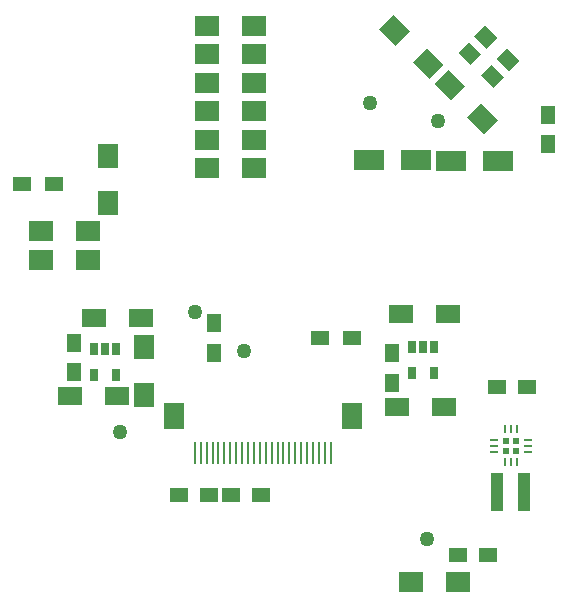
<source format=gtp>
G04 #@! TF.FileFunction,Paste,Top*
%FSLAX46Y46*%
G04 Gerber Fmt 4.6, Leading zero omitted, Abs format (unit mm)*
G04 Created by KiCad (PCBNEW 4.0.6) date 01/04/18 03:56:18*
%MOMM*%
%LPD*%
G01*
G04 APERTURE LIST*
%ADD10C,0.100000*%
%ADD11R,0.250000X1.900000*%
%ADD12R,1.800000X2.200000*%
%ADD13R,1.500000X1.250000*%
%ADD14R,1.250000X1.500000*%
%ADD15R,1.500000X1.300000*%
%ADD16R,1.700000X2.000000*%
%ADD17R,2.000000X1.700000*%
%ADD18R,0.250000X0.700000*%
%ADD19R,0.700000X0.250000*%
%ADD20R,0.495000X0.495000*%
%ADD21R,0.650000X1.060000*%
%ADD22R,2.500000X1.800000*%
%ADD23R,1.099820X3.299460*%
%ADD24R,2.000000X1.600000*%
%ADD25C,1.270000*%
G04 APERTURE END LIST*
D10*
D11*
X183988000Y-126088000D03*
X184488000Y-126088000D03*
X184988000Y-126088000D03*
X185488000Y-126088000D03*
X185988000Y-126088000D03*
X186488000Y-126088000D03*
X186988000Y-126088000D03*
X187488000Y-126088000D03*
X187988000Y-126088000D03*
X188488000Y-126088000D03*
X188988000Y-126088000D03*
X189488000Y-126088000D03*
X189988000Y-126088000D03*
X190488000Y-126088000D03*
X190988000Y-126088000D03*
X191488000Y-126088000D03*
X191988000Y-126088000D03*
X192488000Y-126088000D03*
X192988000Y-126088000D03*
X193488000Y-126088000D03*
X193988000Y-126088000D03*
X194488000Y-126088000D03*
X194988000Y-126088000D03*
X195488000Y-126088000D03*
D12*
X197281800Y-122910600D03*
X182219600Y-122910600D03*
D13*
X185146000Y-129667000D03*
X182646000Y-129667000D03*
X187091000Y-129667000D03*
X189591000Y-129667000D03*
D14*
X185642000Y-117582000D03*
X185642000Y-115082000D03*
X213868000Y-97429000D03*
X213868000Y-99929000D03*
X200660000Y-120122000D03*
X200660000Y-117622000D03*
X173736000Y-119233000D03*
X173736000Y-116733000D03*
D13*
X206268000Y-134670800D03*
X208768000Y-134670800D03*
D10*
G36*
X206271957Y-92192695D02*
X207191195Y-91273457D01*
X208251855Y-92334117D01*
X207332617Y-93253355D01*
X206271957Y-92192695D01*
X206271957Y-92192695D01*
G37*
G36*
X208181145Y-94101883D02*
X209100383Y-93182645D01*
X210161043Y-94243305D01*
X209241805Y-95162543D01*
X208181145Y-94101883D01*
X208181145Y-94101883D01*
G37*
G36*
X207605457Y-90795695D02*
X208524695Y-89876457D01*
X209585355Y-90937117D01*
X208666117Y-91856355D01*
X207605457Y-90795695D01*
X207605457Y-90795695D01*
G37*
G36*
X209514645Y-92704883D02*
X210433883Y-91785645D01*
X211494543Y-92846305D01*
X210575305Y-93765543D01*
X209514645Y-92704883D01*
X209514645Y-92704883D01*
G37*
G36*
X205033362Y-93214280D02*
X203831280Y-94416362D01*
X202417066Y-93002148D01*
X203619148Y-91800066D01*
X205033362Y-93214280D01*
X205033362Y-93214280D01*
G37*
G36*
X202204934Y-90385852D02*
X201002852Y-91587934D01*
X199588638Y-90173720D01*
X200790720Y-88971638D01*
X202204934Y-90385852D01*
X202204934Y-90385852D01*
G37*
G36*
X204224138Y-94809220D02*
X205426220Y-93607138D01*
X206840434Y-95021352D01*
X205638352Y-96223434D01*
X204224138Y-94809220D01*
X204224138Y-94809220D01*
G37*
G36*
X207052566Y-97637648D02*
X208254648Y-96435566D01*
X209668862Y-97849780D01*
X208466780Y-99051862D01*
X207052566Y-97637648D01*
X207052566Y-97637648D01*
G37*
D15*
X197311000Y-116332000D03*
X194611000Y-116332000D03*
D16*
X179705000Y-117126000D03*
X179705000Y-121126000D03*
D17*
X170974000Y-107315000D03*
X174974000Y-107315000D03*
X170974000Y-109728000D03*
X174974000Y-109728000D03*
D18*
X210256500Y-126876000D03*
X210756500Y-126876000D03*
X211256500Y-126876000D03*
D19*
X212156500Y-125976000D03*
X212156500Y-125476000D03*
X212156500Y-124976000D03*
D18*
X211256500Y-124076000D03*
X210756500Y-124076000D03*
X210256500Y-124076000D03*
D19*
X209356500Y-124976000D03*
X209356500Y-125476000D03*
X209356500Y-125976000D03*
D20*
X211169000Y-125063500D03*
X210344000Y-125063500D03*
X211169000Y-125888500D03*
X210344000Y-125888500D03*
D21*
X204277000Y-117137000D03*
X203327000Y-117137000D03*
X202377000Y-117137000D03*
X202377000Y-119337000D03*
X204277000Y-119337000D03*
X177353000Y-117264000D03*
X176403000Y-117264000D03*
X175453000Y-117264000D03*
X175453000Y-119464000D03*
X177353000Y-119464000D03*
D22*
X205645000Y-101346000D03*
X209645000Y-101346000D03*
X202723500Y-101282500D03*
X198723500Y-101282500D03*
D23*
X211856320Y-129413000D03*
X209605880Y-129413000D03*
D17*
X185039000Y-89916000D03*
X189039000Y-89916000D03*
D16*
X176631600Y-104920800D03*
X176631600Y-100920800D03*
D17*
X185039000Y-92329000D03*
X189039000Y-92329000D03*
D15*
X169388800Y-103276400D03*
X172088800Y-103276400D03*
D17*
X185039000Y-94742000D03*
X189039000Y-94742000D03*
X185039000Y-97155000D03*
X189039000Y-97155000D03*
X185039000Y-99568000D03*
X189039000Y-99568000D03*
X185039000Y-101981000D03*
X189039000Y-101981000D03*
X206266800Y-136956800D03*
X202266800Y-136956800D03*
D13*
X209570000Y-120523000D03*
X212070000Y-120523000D03*
D24*
X205454000Y-114300000D03*
X201454000Y-114300000D03*
X175419000Y-114681000D03*
X179419000Y-114681000D03*
X205073000Y-122174000D03*
X201073000Y-122174000D03*
X177387000Y-121285000D03*
X173387000Y-121285000D03*
D25*
X177673000Y-124333000D03*
X183991000Y-114173000D03*
X188182000Y-117475000D03*
X198780400Y-96469200D03*
X204571600Y-97942400D03*
X203657200Y-133350000D03*
M02*

</source>
